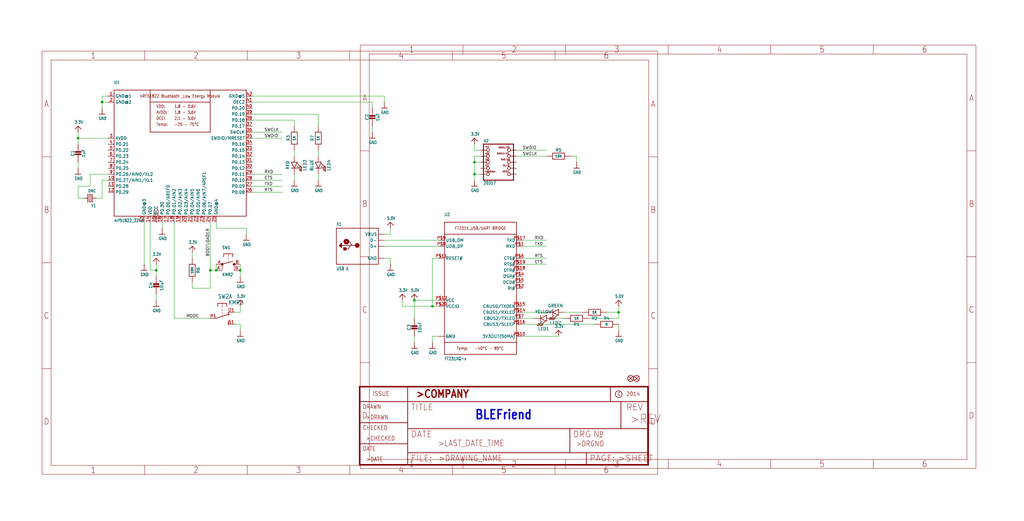
<source format=kicad_sch>
(kicad_sch (version 20211123) (generator eeschema)
  (paper "User" 433.07 220.421)
  (lib_symbols
    (symbol "schematicEagle-eagle-import:3.3V" (power)
      (property "Value" "3.3V" (at -1.524 1.016 0))
      (symbol "3.3V_1_0"
        (polyline (pts (xy -1.27 -1.27) (xy 0 0)) (stroke (width 0.254)))
        (polyline (pts (xy 0 0) (xy 1.27 -1.27)) (stroke (width 0.254)))
        (pin power_in line (at 0 -2.54 90) (length 2.54) (name "3.3V") (number "1"))
      )
    )
    (symbol "schematicEagle-eagle-import:5.0V" (power)
      (property "Value" "5.0V" (at -1.524 1.016 0))
      (symbol "5.0V_1_0"
        (polyline (pts (xy -1.27 -1.27) (xy 0 0)) (stroke (width 0.254)))
        (polyline (pts (xy 0 0) (xy 1.27 -1.27)) (stroke (width 0.254)))
        (pin power_in line (at 0 -2.54 90) (length 2.54) (name "5.0V") (number "1"))
      )
    )
    (symbol "schematicEagle-eagle-import:BLE_MODULE_RAYTAC_MDBT40"
      (property "Reference" "U" (at -27.94 27.94 0))
      (property "Value" "BLE_MODULE_RAYTAC_MDBT40" (at -27.94 -30.48 0))
      (symbol "BLE_MODULE_RAYTAC_MDBT40_1_0"
        (polyline (pts (xy -27.94 -27.94) (xy -27.94 25.4)) (stroke (width 0.254)))
        (polyline (pts (xy -27.94 25.4) (xy -12.7 25.4)) (stroke (width 0.254)))
        (polyline (pts (xy -12.7 7.62) (xy 12.7 7.62)) (stroke (width 0.254)))
        (polyline (pts (xy -12.7 20.32) (xy -12.7 7.62)) (stroke (width 0.254)))
        (polyline (pts (xy -12.7 20.32) (xy 12.7 20.32)) (stroke (width 0.254)))
        (polyline (pts (xy -12.7 25.4) (xy -12.7 20.32)) (stroke (width 0.254)))
        (polyline (pts (xy -12.7 25.4) (xy 12.7 25.4)) (stroke (width 0.254)))
        (polyline (pts (xy 12.7 7.62) (xy 12.7 20.32)) (stroke (width 0.254)))
        (polyline (pts (xy 12.7 20.32) (xy 12.7 25.4)) (stroke (width 0.254)))
        (polyline (pts (xy 12.7 25.4) (xy 27.94 25.4)) (stroke (width 0.254)))
        (polyline (pts (xy 27.94 -27.94) (xy -27.94 -27.94)) (stroke (width 0.254)))
        (polyline (pts (xy 27.94 25.4) (xy 27.94 -27.94)) (stroke (width 0.254)))
        (text "-25 - 75°C" (at -2.54 10.16 0) (effects (font (size 1.27 1.0795)) (justify left bottom)))
        (text "1.8 - 3.6V" (at -2.54 15.24 0) (effects (font (size 1.27 1.0795)) (justify left bottom)))
        (text "1.8 - 3.6V" (at -2.54 17.78 0) (effects (font (size 1.27 1.0795)) (justify left bottom)))
        (text "2.1 - 3.6V" (at -2.54 12.7 0) (effects (font (size 1.27 1.0795)) (justify left bottom)))
        (text "AVDD:" (at -10.16 15.24 0) (effects (font (size 1.27 1.0795)) (justify left bottom)))
        (text "DCC:" (at -10.16 12.7 0) (effects (font (size 1.27 1.0795)) (justify left bottom)))
        (text "nRF51822 Bluetooth _Low Energy Module" (at 0 22.86 0) (effects (font (size 1.27 1.0795))))
        (text "Temp:" (at -10.16 10.16 0) (effects (font (size 1.27 1.0795)) (justify left bottom)))
        (text "VDD:" (at -10.16 17.78 0) (effects (font (size 1.27 1.0795)) (justify left bottom)))
        (pin power_in line (at -30.48 22.86 0) (length 2.54) (name "GND@1") (number "1"))
        (pin bidirectional line (at -30.48 -12.7 0) (length 2.54) (name "P0.27/AIN1/XL1") (number "10"))
        (pin bidirectional line (at -30.48 -15.24 0) (length 2.54) (name "P0.28") (number "11"))
        (pin bidirectional line (at -30.48 -17.78 0) (length 2.54) (name "P0.29") (number "12"))
        (pin power_in line (at -15.24 -30.48 90) (length 2.54) (name "GND@3") (number "13"))
        (pin power_in line (at -12.7 -30.48 90) (length 2.54) (name "VDD") (number "14"))
        (pin power_in line (at -10.16 -30.48 90) (length 2.54) (name "DCC") (number "15"))
        (pin bidirectional line (at -7.62 -30.48 90) (length 2.54) (name "P0.30") (number "16"))
        (pin bidirectional line (at -5.08 -30.48 90) (length 2.54) (name "P0.00/AREF0") (number "17"))
        (pin bidirectional line (at -2.54 -30.48 90) (length 2.54) (name "P0.01/AIN2") (number "18"))
        (pin bidirectional line (at 0 -30.48 90) (length 2.54) (name "P0.02/AIN3") (number "19"))
        (pin power_in line (at -30.48 20.32 0) (length 2.54) (name "GND@2") (number "2"))
        (pin bidirectional line (at 2.54 -30.48 90) (length 2.54) (name "P0.03/AIN4") (number "20"))
        (pin bidirectional line (at 5.08 -30.48 90) (length 2.54) (name "P0.04/AIN5") (number "21"))
        (pin bidirectional line (at 7.62 -30.48 90) (length 2.54) (name "P0.05/AIN6") (number "22"))
        (pin bidirectional line (at 10.16 -30.48 90) (length 2.54) (name "P0.06/AIN7/AREF1") (number "23"))
        (pin bidirectional line (at 12.7 -30.48 90) (length 2.54) (name "P0.07") (number "24"))
        (pin power_in line (at 15.24 -30.48 90) (length 2.54) (name "GND@4") (number "25"))
        (pin bidirectional line (at 30.48 -17.78 180) (length 2.54) (name "P0.08") (number "26"))
        (pin bidirectional line (at 30.48 -15.24 180) (length 2.54) (name "P0.09") (number "27"))
        (pin bidirectional line (at 30.48 -12.7 180) (length 2.54) (name "P0.10") (number "28"))
        (pin bidirectional line (at 30.48 -10.16 180) (length 2.54) (name "P0.11") (number "29"))
        (pin power_in line (at -30.48 5.08 0) (length 2.54) (name "AVDD") (number "3"))
        (pin bidirectional line (at 30.48 -7.62 180) (length 2.54) (name "P0.12") (number "30"))
        (pin bidirectional line (at 30.48 -5.08 180) (length 2.54) (name "P0.13") (number "31"))
        (pin bidirectional line (at 30.48 -2.54 180) (length 2.54) (name "P0.14") (number "32"))
        (pin bidirectional line (at 30.48 0 180) (length 2.54) (name "P0.15") (number "33"))
        (pin bidirectional line (at 30.48 2.54 180) (length 2.54) (name "P0.16") (number "34"))
        (pin bidirectional line (at 30.48 5.08 180) (length 2.54) (name "SWDIO/NRESET") (number "35"))
        (pin bidirectional line (at 30.48 7.62 180) (length 2.54) (name "SWCLK") (number "36"))
        (pin bidirectional line (at 30.48 10.16 180) (length 2.54) (name "P0.17") (number "37"))
        (pin bidirectional line (at 30.48 12.7 180) (length 2.54) (name "P0.18") (number "38"))
        (pin bidirectional line (at 30.48 15.24 180) (length 2.54) (name "P0.19") (number "39"))
        (pin bidirectional line (at -30.48 2.54 0) (length 2.54) (name "P0.21") (number "4"))
        (pin bidirectional line (at 30.48 17.78 180) (length 2.54) (name "P0.20") (number "40"))
        (pin power_in line (at 30.48 20.32 180) (length 2.54) (name "DEC2") (number "41"))
        (pin power_in line (at 30.48 22.86 180) (length 2.54) (name "GND@5") (number "42"))
        (pin bidirectional line (at -30.48 0 0) (length 2.54) (name "P0.22") (number "5"))
        (pin bidirectional line (at -30.48 -2.54 0) (length 2.54) (name "P0.23") (number "6"))
        (pin bidirectional line (at -30.48 -5.08 0) (length 2.54) (name "P0.24") (number "7"))
        (pin bidirectional line (at -30.48 -7.62 0) (length 2.54) (name "P0.25") (number "8"))
        (pin bidirectional line (at -30.48 -10.16 0) (length 2.54) (name "P0.26/AIN0/XL2") (number "9"))
      )
    )
    (symbol "schematicEagle-eagle-import:CAP_CERAMIC_0805MP"
      (property "Reference" "C" (at -2.29 1.25 90))
      (property "Value" "CAP_CERAMIC_0805MP" (at 2.3 1.25 90))
      (symbol "CAP_CERAMIC_0805MP_1_0"
        (rectangle (start -1.27 0.508) (end 1.27 1.016) (fill (type outline)))
        (rectangle (start -1.27 1.524) (end 1.27 2.032) (fill (type outline)))
        (polyline (pts (xy 0 0.762) (xy 0 0)) (stroke (width 0.1524)))
        (polyline (pts (xy 0 2.54) (xy 0 1.778)) (stroke (width 0.1524)))
        (pin passive line (at 0 5.08 270) (length 2.54) (name "1") (number "1"))
        (pin passive line (at 0 -2.54 90) (length 2.54) (name "2") (number "2"))
      )
    )
    (symbol "schematicEagle-eagle-import:CRYSTAL2.0X6.0_32.768"
      (property "Reference" "Y" (at -2.54 2.54 0))
      (property "Value" "CRYSTAL2.0X6.0_32.768" (at -2.54 -3.81 0))
      (symbol "CRYSTAL2.0X6.0_32.768_1_0"
        (polyline (pts (xy -2.54 0) (xy -1.016 0)) (stroke (width 0.254)))
        (polyline (pts (xy -1.016 0) (xy -1.016 -1.778)) (stroke (width 0.254)))
        (polyline (pts (xy -1.016 1.778) (xy -1.016 0)) (stroke (width 0.254)))
        (polyline (pts (xy -0.381 -1.524) (xy 0.381 -1.524)) (stroke (width 0.254)))
        (polyline (pts (xy -0.381 1.524) (xy -0.381 -1.524)) (stroke (width 0.254)))
        (polyline (pts (xy 0.381 -1.524) (xy 0.381 1.524)) (stroke (width 0.254)))
        (polyline (pts (xy 0.381 1.524) (xy -0.381 1.524)) (stroke (width 0.254)))
        (polyline (pts (xy 1.016 0) (xy 1.016 -1.778)) (stroke (width 0.254)))
        (polyline (pts (xy 1.016 1.778) (xy 1.016 0)) (stroke (width 0.254)))
        (polyline (pts (xy 2.54 0) (xy 1.016 0)) (stroke (width 0.254)))
        (pin passive line (at -2.54 0 0) (length 0) (name "1") (number "1"))
        (pin passive line (at 2.54 0 180) (length 0) (name "2") (number "2"))
      )
    )
    (symbol "schematicEagle-eagle-import:DPDT-EG1390"
      (property "Reference" "SW" (at -8.255 -1.905 90))
      (property "Value" "DPDT-EG1390" (at -5.715 2.54 90))
      (symbol "DPDT-EG1390_1_0"
        (polyline (pts (xy -6.35 -1.905) (xy -5.08 -1.905)) (stroke (width 0.254)))
        (polyline (pts (xy -6.35 0) (xy -6.35 -1.905)) (stroke (width 0.254)))
        (polyline (pts (xy -6.35 0) (xy -4.445 0)) (stroke (width 0.1524)))
        (polyline (pts (xy -6.35 1.905) (xy -6.35 0)) (stroke (width 0.254)))
        (polyline (pts (xy -6.35 1.905) (xy -5.08 1.905)) (stroke (width 0.254)))
        (polyline (pts (xy -3.175 0) (xy -3.81 0)) (stroke (width 0.1524)))
        (polyline (pts (xy -2.54 2.54) (xy -2.54 3.175)) (stroke (width 0.254)))
        (polyline (pts (xy -2.54 2.54) (xy -1.27 2.54)) (stroke (width 0.254)))
        (polyline (pts (xy -1.905 0) (xy -2.54 0)) (stroke (width 0.1524)))
        (polyline (pts (xy -0.889 0) (xy -1.27 0)) (stroke (width 0.1524)))
        (polyline (pts (xy 0 -3.175) (xy 0 -2.54)) (stroke (width 0.254)))
        (polyline (pts (xy 0 -2.54) (xy -1.905 3.175)) (stroke (width 0.254)))
        (polyline (pts (xy 1.27 2.54) (xy 2.54 2.54)) (stroke (width 0.254)))
        (polyline (pts (xy 2.54 2.54) (xy 2.54 3.175)) (stroke (width 0.254)))
        (pin passive line (at -2.54 5.08 270) (length 2.54) (name "O") (number "O1"))
        (pin passive line (at 0 -5.08 90) (length 2.54) (name "P") (number "P1"))
        (pin passive line (at 2.54 5.08 270) (length 2.54) (name "S") (number "S1"))
      )
      (symbol "DPDT-EG1390_2_0"
        (polyline (pts (xy -6.35 -1.905) (xy -5.08 -1.905)) (stroke (width 0.254)))
        (polyline (pts (xy -6.35 0) (xy -6.35 -1.905)) (stroke (width 0.254)))
        (polyline (pts (xy -6.35 0) (xy -4.445 0)) (stroke (width 0.1524)))
        (polyline (pts (xy -6.35 1.905) (xy -6.35 0)) (stroke (width 0.254)))
        (polyline (pts (xy -6.35 1.905) (xy -5.08 1.905)) (stroke (width 0.254)))
        (polyline (pts (xy -3.175 0) (xy -3.81 0)) (stroke (width 0.1524)))
        (polyline (pts (xy -2.54 2.54) (xy -2.54 3.175)) (stroke (width 0.254)))
        (polyline (pts (xy -2.54 2.54) (xy -1.27 2.54)) (stroke (width 0.254)))
        (polyline (pts (xy -1.905 0) (xy -2.54 0)) (stroke (width 0.1524)))
        (polyline (pts (xy -0.889 0) (xy -1.27 0)) (stroke (width 0.1524)))
        (polyline (pts (xy 0 -3.175) (xy 0 -2.54)) (stroke (width 0.254)))
        (polyline (pts (xy 0 -2.54) (xy -1.905 3.175)) (stroke (width 0.254)))
        (polyline (pts (xy 1.27 2.54) (xy 2.54 2.54)) (stroke (width 0.254)))
        (polyline (pts (xy 2.54 2.54) (xy 2.54 3.175)) (stroke (width 0.254)))
        (pin passive line (at -2.54 5.08 270) (length 2.54) (name "O") (number "O2"))
        (pin passive line (at 0 -5.08 90) (length 2.54) (name "P") (number "P2"))
        (pin passive line (at 2.54 5.08 270) (length 2.54) (name "S") (number "S2"))
      )
    )
    (symbol "schematicEagle-eagle-import:FIDUCIAL{dblquote}{dblquote}"
      (symbol "FIDUCIAL{dblquote}{dblquote}_1_0"
        (polyline (pts (xy -0.762 0.762) (xy 0.762 -0.762)) (stroke (width 0.254)))
        (polyline (pts (xy 0.762 0.762) (xy -0.762 -0.762)) (stroke (width 0.254)))
        (circle (center 0 0) (radius 1.27) (stroke (width 0.254)))
      )
    )
    (symbol "schematicEagle-eagle-import:FRAME_A4"
      (symbol "FRAME_A4_0_0"
        (polyline (pts (xy 0 44.7675) (xy 3.81 44.7675)))
        (polyline (pts (xy 0 89.535) (xy 3.81 89.535)))
        (polyline (pts (xy 0 134.3025) (xy 3.81 134.3025)))
        (polyline (pts (xy 3.81 3.81) (xy 3.81 175.26)))
        (polyline (pts (xy 43.3917 0) (xy 43.3917 3.81)))
        (polyline (pts (xy 43.3917 175.26) (xy 43.3917 179.07)))
        (polyline (pts (xy 86.7833 0) (xy 86.7833 3.81)))
        (polyline (pts (xy 86.7833 175.26) (xy 86.7833 179.07)))
        (polyline (pts (xy 130.175 0) (xy 130.175 3.81)))
        (polyline (pts (xy 130.175 175.26) (xy 130.175 179.07)))
        (polyline (pts (xy 173.5667 0) (xy 173.5667 3.81)))
        (polyline (pts (xy 173.5667 175.26) (xy 173.5667 179.07)))
        (polyline (pts (xy 216.9583 0) (xy 216.9583 3.81)))
        (polyline (pts (xy 216.9583 175.26) (xy 216.9583 179.07)))
        (polyline (pts (xy 256.54 3.81) (xy 3.81 3.81)))
        (polyline (pts (xy 256.54 3.81) (xy 256.54 175.26)))
        (polyline (pts (xy 256.54 44.7675) (xy 260.35 44.7675)))
        (polyline (pts (xy 256.54 89.535) (xy 260.35 89.535)))
        (polyline (pts (xy 256.54 134.3025) (xy 260.35 134.3025)))
        (polyline (pts (xy 256.54 175.26) (xy 3.81 175.26)))
        (polyline (pts (xy 0 0) (xy 260.35 0) (xy 260.35 179.07) (xy 0 179.07) (xy 0 0)))
        (text "1" (at 21.6958 1.905 0) (effects (font (size 2.54 2.286))))
        (text "1" (at 21.6958 177.165 0) (effects (font (size 2.54 2.286))))
        (text "2" (at 65.0875 1.905 0) (effects (font (size 2.54 2.286))))
        (text "2" (at 65.0875 177.165 0) (effects (font (size 2.54 2.286))))
        (text "3" (at 108.4792 1.905 0) (effects (font (size 2.54 2.286))))
        (text "3" (at 108.4792 177.165 0) (effects (font (size 2.54 2.286))))
        (text "4" (at 151.8708 1.905 0) (effects (font (size 2.54 2.286))))
        (text "4" (at 151.8708 177.165 0) (effects (font (size 2.54 2.286))))
        (text "5" (at 195.2625 1.905 0) (effects (font (size 2.54 2.286))))
        (text "5" (at 195.2625 177.165 0) (effects (font (size 2.54 2.286))))
        (text "6" (at 238.6542 1.905 0) (effects (font (size 2.54 2.286))))
        (text "6" (at 238.6542 177.165 0) (effects (font (size 2.54 2.286))))
        (text "A" (at 1.905 156.6863 0) (effects (font (size 2.54 2.286))))
        (text "A" (at 258.445 156.6863 0) (effects (font (size 2.54 2.286))))
        (text "B" (at 1.905 111.9188 0) (effects (font (size 2.54 2.286))))
        (text "B" (at 258.445 111.9188 0) (effects (font (size 2.54 2.286))))
        (text "C" (at 1.905 67.1513 0) (effects (font (size 2.54 2.286))))
        (text "C" (at 258.445 67.1513 0) (effects (font (size 2.54 2.286))))
        (text "D" (at 1.905 22.3838 0) (effects (font (size 2.54 2.286))))
        (text "D" (at 258.445 22.3838 0) (effects (font (size 2.54 2.286))))
      )
      (symbol "FRAME_A4_1_0"
        (polyline (pts (xy 256.54 3.81) (xy 256.54 8.89)) (stroke (width 0.1016)))
        (polyline (pts (xy 256.54 8.89) (xy 256.54 13.97)) (stroke (width 0.1016)))
        (polyline (pts (xy 256.54 13.97) (xy 256.54 19.05)) (stroke (width 0.1016)))
        (polyline (pts (xy 256.54 19.05) (xy 256.54 36.83)) (stroke (width 0.1016)))
      )
      (symbol "FRAME_A4_2_0"
        (polyline (pts (xy -0.3048 1.5748) (xy 20.0152 1.5748)) (stroke (width 0.6096)))
        (polyline (pts (xy -0.3048 10.4648) (xy -0.3048 1.5748)) (stroke (width 0.6096)))
        (polyline (pts (xy -0.3048 10.4648) (xy 20.0152 10.4648)) (stroke (width 0.3048)))
        (polyline (pts (xy -0.3048 19.3548) (xy -0.3048 10.4648)) (stroke (width 0.6096)))
        (polyline (pts (xy -0.3048 19.3548) (xy 20.0152 19.3548)) (stroke (width 0.3048)))
        (polyline (pts (xy -0.3048 28.2448) (xy -0.3048 19.3548)) (stroke (width 0.6096)))
        (polyline (pts (xy -0.3048 28.2448) (xy 20.0152 28.2448)) (stroke (width 0.3048)))
        (polyline (pts (xy -0.3048 34.5948) (xy -0.3048 28.2448)) (stroke (width 0.6096)))
        (polyline (pts (xy 20.0152 1.5748) (xy 20.0152 6.6548)) (stroke (width 0.3048)))
        (polyline (pts (xy 20.0152 1.5748) (xy 95.5802 1.5748)) (stroke (width 0.6096)))
        (polyline (pts (xy 20.0152 6.6548) (xy 20.0152 10.4648)) (stroke (width 0.3048)))
        (polyline (pts (xy 20.0152 6.6548) (xy 88.5952 6.6548)) (stroke (width 0.3048)))
        (polyline (pts (xy 20.0152 10.4648) (xy 20.0152 16.8148)) (stroke (width 0.3048)))
        (polyline (pts (xy 20.0152 16.8148) (xy 20.0152 19.3548)) (stroke (width 0.3048)))
        (polyline (pts (xy 20.0152 19.3548) (xy 20.0152 28.2448)) (stroke (width 0.3048)))
        (polyline (pts (xy 20.0152 28.2448) (xy 20.0152 34.5948)) (stroke (width 0.3048)))
        (polyline (pts (xy 20.0152 28.2448) (xy 105.7402 28.2448)) (stroke (width 0.3048)))
        (polyline (pts (xy 20.0152 34.5948) (xy -0.3048 34.5948)) (stroke (width 0.6096)))
        (polyline (pts (xy 88.5952 6.6548) (xy 95.5802 6.6548)) (stroke (width 0.3048)))
        (polyline (pts (xy 88.5952 16.8148) (xy 20.0152 16.8148)) (stroke (width 0.3048)))
        (polyline (pts (xy 88.5952 16.8148) (xy 88.5952 6.6548)) (stroke (width 0.3048)))
        (polyline (pts (xy 95.5802 1.5748) (xy 121.6152 1.5748)) (stroke (width 0.6096)))
        (polyline (pts (xy 95.5802 6.6548) (xy 95.5802 1.5748)) (stroke (width 0.3048)))
        (polyline (pts (xy 95.5802 6.6548) (xy 121.6152 6.6548)) (stroke (width 0.3048)))
        (polyline (pts (xy 101.2952 13.3223) (xy 102.2477 13.3223)) (stroke (width 0.254)))
        (polyline (pts (xy 105.7402 28.2448) (xy 105.7402 34.5948)) (stroke (width 0.3048)))
        (polyline (pts (xy 105.7402 28.2448) (xy 110.1852 28.2448)) (stroke (width 0.3048)))
        (polyline (pts (xy 105.7402 34.5948) (xy 20.0152 34.5948)) (stroke (width 0.6096)))
        (polyline (pts (xy 110.1852 16.8148) (xy 88.5952 16.8148)) (stroke (width 0.3048)))
        (polyline (pts (xy 110.1852 28.2448) (xy 110.1852 16.8148)) (stroke (width 0.3048)))
        (polyline (pts (xy 110.1852 28.2448) (xy 121.6152 28.2448)) (stroke (width 0.3048)))
        (polyline (pts (xy 121.6152 6.6548) (xy 121.6152 1.5748)) (stroke (width 0.6096)))
        (polyline (pts (xy 121.6152 16.8148) (xy 110.1852 16.8148)) (stroke (width 0.3048)))
        (polyline (pts (xy 121.6152 16.8148) (xy 121.6152 6.6548)) (stroke (width 0.6096)))
        (polyline (pts (xy 121.6152 28.2448) (xy 121.6152 16.8148)) (stroke (width 0.6096)))
        (polyline (pts (xy 121.6152 34.5948) (xy 105.7402 34.5948)) (stroke (width 0.6096)))
        (polyline (pts (xy 121.6152 34.5948) (xy 121.6152 28.2448)) (stroke (width 0.6096)))
        (circle (center 109.2327 31.4198) (radius 1.4199) (stroke (width 0.254)))
        (text "2014" (at 112.4077 30.4673 0) (effects (font (size 1.778 1.5113)) (justify left bottom)))
        (text ">CHECKED" (at 2.2352 11.7348 0) (effects (font (size 1.778 1.5113)) (justify left bottom)))
        (text ">COMPANY" (at 23.349 29.6735 0) (effects (font (size 3.175 2.6987) (thickness 0.5397) bold) (justify left bottom)))
        (text ">DATE" (at 2.2352 2.8448 0) (effects (font (size 1.778 1.5113)) (justify left bottom)))
        (text ">DRAWING_NAME" (at 33.0327 2.8448 0) (effects (font (size 2.54 2.159)) (justify left bottom)))
        (text ">DRAWN" (at 2.2352 20.6248 0) (effects (font (size 1.778 1.5113)) (justify left bottom)))
        (text ">DRGNO" (at 91.1352 9.1948 0) (effects (font (size 2.1844 1.8567)) (justify left bottom)))
        (text ">LAST_DATE_TIME" (at 32.7152 9.1948 0) (effects (font (size 2.54 2.159)) (justify left bottom)))
        (text ">REV" (at 113.9952 18.7198 0) (effects (font (size 3.81 3.2385)) (justify left bottom)))
        (text ">SHEET" (at 108.9152 2.8448 0) (effects (font (size 2.54 2.54)) (justify left bottom)))
        (text "C" (at 108.7564 30.7848 0) (effects (font (size 1.27 1.0795)) (justify left bottom)))
        (text "CHECKED" (at 0.9652 16.1798 0) (effects (font (size 1.778 1.5113)) (justify left bottom)))
        (text "DATE" (at 0.9652 7.2898 0) (effects (font (size 1.778 1.5113)) (justify left bottom)))
        (text "DATE" (at 21.2852 13.0048 0) (effects (font (size 2.54 2.54)) (justify left bottom)))
        (text "DRAWN" (at 0.9652 25.0698 0) (effects (font (size 1.778 1.5113)) (justify left bottom)))
        (text "DRG" (at 89.8652 13.0048 0) (effects (font (size 2.54 2.54)) (justify left bottom)))
        (text "FILE:" (at 21.2852 2.8448 0) (effects (font (size 2.54 2.54)) (justify left bottom)))
        (text "ISSUE" (at 5.0927 30.4673 0) (effects (font (size 1.9304 1.6408)) (justify left bottom)))
        (text "N" (at 98.4377 13.0048 0) (effects (font (size 2.54 2.54)) (justify left bottom)))
        (text "o" (at 100.9777 13.9573 0) (effects (font (size 2.1844 1.8567)) (justify left bottom)))
        (text "PAGE:" (at 96.8502 2.8448 0) (effects (font (size 2.54 2.54)) (justify left bottom)))
        (text "REV" (at 112.4077 24.4348 0) (effects (font (size 2.54 2.54)) (justify left bottom)))
        (text "TITLE" (at 21.2852 24.4348 0) (effects (font (size 2.54 2.54)) (justify left bottom)))
      )
    )
    (symbol "schematicEagle-eagle-import:FT231X"
      (property "Reference" "U" (at -15.24 30.48 0))
      (property "Value" "FT231X" (at -15.24 -30.48 0))
      (symbol "FT231X_1_0"
        (polyline (pts (xy -15.24 -27.94) (xy -15.24 -22.86)) (stroke (width 0.254)))
        (polyline (pts (xy -15.24 -22.86) (xy -15.24 22.86)) (stroke (width 0.254)))
        (polyline (pts (xy -15.24 22.86) (xy 15.24 22.86)) (stroke (width 0.254)))
        (polyline (pts (xy -15.24 27.94) (xy -15.24 22.86)) (stroke (width 0.254)))
        (polyline (pts (xy -15.24 27.94) (xy 15.24 27.94)) (stroke (width 0.254)))
        (polyline (pts (xy 15.24 -27.94) (xy -15.24 -27.94)) (stroke (width 0.254)))
        (polyline (pts (xy 15.24 -22.86) (xy -15.24 -22.86)) (stroke (width 0.254)))
        (polyline (pts (xy 15.24 -22.86) (xy 15.24 -27.94)) (stroke (width 0.254)))
        (polyline (pts (xy 15.24 22.86) (xy 15.24 -22.86)) (stroke (width 0.254)))
        (polyline (pts (xy 15.24 27.94) (xy 15.24 22.86)) (stroke (width 0.254)))
        (text "-40°C - 85°C" (at -2.54 -25.4 0) (effects (font (size 1.27 1.0795)) (justify left)))
        (text "FT231X_USB/UART BRIDGE" (at 0 25.4 0) (effects (font (size 1.27 1.0795))))
        (text "Temp:" (at -10.16 -25.4 0) (effects (font (size 1.27 1.0795)) (justify left)))
        (pin input line (at 17.78 17.78 180) (length 2.54) (name "RXD") (number "P$1"))
        (pin power_in line (at 17.78 -20.32 180) (length 2.54) (name "3V3OUT(50MA)") (number "P$10"))
        (pin input line (at -17.78 12.7 0) (length 2.54) (name "RESET#") (number "P$11"))
        (pin power_in line (at -17.78 -5.08 0) (length 2.54) (name "VCC") (number "P$12"))
        (pin power_in line (at -17.78 -20.32 0) (length 2.54) (name "GND") (number "P$13"))
        (pin bidirectional line (at 17.78 -10.16 180) (length 2.54) (name "CBUS1/RXLED") (number "P$14"))
        (pin bidirectional line (at 17.78 -7.62 180) (length 2.54) (name "CBUS0/TXDEN") (number "P$15"))
        (pin bidirectional line (at 17.78 -15.24 180) (length 2.54) (name "CBUS3/SLEEP") (number "P$16"))
        (pin output line (at 17.78 20.32 180) (length 2.54) (name "TXD") (number "P$17"))
        (pin output line (at 17.78 7.62 180) (length 2.54) (name "DTR#") (number "P$18"))
        (pin output line (at 17.78 10.16 180) (length 2.54) (name "RTS#") (number "P$19"))
        (pin input line (at 17.78 0 180) (length 2.54) (name "RI#") (number "P$2"))
        (pin power_in line (at -17.78 -7.62 0) (length 2.54) (name "VCCIO") (number "P$20"))
        (pin power_in line (at -17.78 -20.32 0) (length 2.54) (name "GND") (number "P$21"))
        (pin power_in line (at -17.78 -20.32 0) (length 2.54) (name "GND") (number "P$3"))
        (pin input line (at 17.78 5.08 180) (length 2.54) (name "DSR#") (number "P$4"))
        (pin input line (at 17.78 2.54 180) (length 2.54) (name "DCD#") (number "P$5"))
        (pin input line (at 17.78 12.7 180) (length 2.54) (name "CTS#") (number "P$6"))
        (pin bidirectional line (at 17.78 -12.7 180) (length 2.54) (name "CBUS2/TXLED") (number "P$7"))
        (pin input line (at -17.78 17.78 0) (length 2.54) (name "UDB_DP") (number "P$8"))
        (pin input line (at -17.78 20.32 0) (length 2.54) (name "USB_DM") (number "P$9"))
      )
    )
    (symbol "schematicEagle-eagle-import:GND" (power)
      (property "Value" "GND" (at -1.524 -2.54 0))
      (symbol "GND_1_0"
        (polyline (pts (xy -1.27 0) (xy 1.27 0)) (stroke (width 0.254)))
        (pin power_in line (at 0 2.54 270) (length 2.54) (name "GND") (number "1"))
      )
    )
    (symbol "schematicEagle-eagle-import:JTAG-CORTEXBOXPOSTS"
      (property "Reference" "X" (at -6.35 8.255 0))
      (property "Value" "JTAG-CORTEXBOXPOSTS" (at -6.35 -9.525 0))
      (symbol "JTAG-CORTEXBOXPOSTS_1_0"
        (circle (center -4.445 -5.08) (radius 0.635) (stroke (width 0.254)))
        (circle (center -4.445 -2.54) (radius 0.635) (stroke (width 0.254)))
        (circle (center -4.445 0) (radius 0.635) (stroke (width 0.254)))
        (circle (center -4.445 2.54) (radius 0.635) (stroke (width 0.254)))
        (circle (center -4.445 5.08) (radius 0.635) (stroke (width 0.254)))
        (polyline (pts (xy -6.35 7.62) (xy -6.35 -7.62)) (stroke (width 0.4064)))
        (polyline (pts (xy -6.35 7.62) (xy 6.35 7.62)) (stroke (width 0.4064)))
        (polyline (pts (xy 6.35 -7.62) (xy -6.35 -7.62)) (stroke (width 0.4064)))
        (polyline (pts (xy 6.35 -7.62) (xy 6.35 7.62)) (stroke (width 0.4064)))
        (circle (center 4.445 -5.08) (radius 0.635) (stroke (width 0.254)))
        (circle (center 4.445 -2.54) (radius 0.635) (stroke (width 0.254)))
        (circle (center 4.445 0) (radius 0.635) (stroke (width 0.254)))
        (circle (center 4.445 2.54) (radius 0.635) (stroke (width 0.254)))
        (circle (center 4.445 5.08) (radius 0.635) (stroke (width 0.254)))
        (text "GND" (at -5.588 0.762 0) (effects (font (size 0.635 0.5397)) (justify left bottom)))
        (text "GND" (at -5.588 3.302 0) (effects (font (size 0.635 0.5397)) (justify left bottom)))
        (text "GNDDetect" (at -5.588 -4.318 0) (effects (font (size 0.635 0.5397)) (justify left bottom)))
        (text "KEY" (at -5.588 -1.778 0) (effects (font (size 0.635 0.5397)) (justify left bottom)))
        (text "NC/TDI" (at 1.778 -1.778 0) (effects (font (size 0.635 0.5397)) (justify left bottom)))
        (text "nRESET" (at 1.524 -4.318 0) (effects (font (size 0.635 0.5397)) (justify left bottom)))
        (text "SWDCLK/TCK" (at -0.762 3.302 0) (effects (font (size 0.635 0.5397)) (justify left bottom)))
        (text "SWDIO/TMS" (at 0 5.842 0) (effects (font (size 0.635 0.5397)) (justify left bottom)))
        (text "SWO/TDO" (at 1.016 0.762 0) (effects (font (size 0.635 0.5397)) (justify left bottom)))
        (text "VCC" (at -5.588 6.096 0) (effects (font (size 0.635 0.5397)) (justify left bottom)))
        (pin power_in line (at -7.62 5.08 0) (length 2.54) (name "VCC") (number "1"))
        (pin bidirectional line (at 7.62 -5.08 180) (length 2.54) (name "NRESET") (number "10"))
        (pin bidirectional line (at 7.62 5.08 180) (length 2.54) (name "SWDIO") (number "2"))
        (pin power_in line (at -7.62 2.54 0) (length 2.54) (name "GND@1") (number "3"))
        (pin bidirectional line (at 7.62 2.54 180) (length 2.54) (name "SWDCLK") (number "4"))
        (pin power_in line (at -7.62 0 0) (length 2.54) (name "GND@2") (number "5"))
        (pin bidirectional line (at 7.62 0 180) (length 2.54) (name "SWO") (number "6"))
        (pin bidirectional line (at -7.62 -2.54 0) (length 2.54) (name "KEY") (number "7"))
        (pin bidirectional line (at 7.62 -2.54 180) (length 2.54) (name "TDI") (number "8"))
        (pin bidirectional line (at -7.62 -5.08 0) (length 2.54) (name "GNDDETECT") (number "9"))
      )
    )
    (symbol "schematicEagle-eagle-import:LED0805_NOOUTLINE"
      (property "Reference" "D" (at -1.27 4.445 0))
      (property "Value" "LED0805_NOOUTLINE" (at -1.27 -2.794 0))
      (symbol "LED0805_NOOUTLINE_1_0"
        (polyline (pts (xy -2.54 -1.27) (xy 0 0)) (stroke (width 0.254)))
        (polyline (pts (xy -2.54 1.27) (xy -2.54 -1.27)) (stroke (width 0.254)))
        (polyline (pts (xy -1.905 1.27) (xy -0.635 2.54)) (stroke (width 0.254)))
        (polyline (pts (xy -0.9525 2.8575) (xy -0.3175 2.2225)) (stroke (width 0.254)))
        (polyline (pts (xy -0.635 1.27) (xy 0.635 2.54)) (stroke (width 0.254)))
        (polyline (pts (xy -0.3175 2.2225) (xy 0 3.175)) (stroke (width 0.254)))
        (polyline (pts (xy 0 0) (xy -2.54 1.27)) (stroke (width 0.254)))
        (polyline (pts (xy 0 0) (xy 0 -1.27)) (stroke (width 0.254)))
        (polyline (pts (xy 0 1.27) (xy 0 0)) (stroke (width 0.254)))
        (polyline (pts (xy 0 3.175) (xy -0.9525 2.8575)) (stroke (width 0.254)))
        (polyline (pts (xy 0.3175 2.8575) (xy 0.9525 2.2225)) (stroke (width 0.254)))
        (polyline (pts (xy 0.9525 2.2225) (xy 1.27 3.175)) (stroke (width 0.254)))
        (polyline (pts (xy 1.27 3.175) (xy 0.3175 2.8575)) (stroke (width 0.254)))
        (pin passive line (at -5.08 0 0) (length 2.54) (name "A") (number "A"))
        (pin passive line (at 2.54 0 180) (length 2.54) (name "C") (number "C"))
      )
    )
    (symbol "schematicEagle-eagle-import:RESISTOR_0805MP"
      (property "Reference" "R" (at 0 2.54 0))
      (property "Value" "RESISTOR_0805MP" (at 0 0 0))
      (symbol "RESISTOR_0805MP_1_0"
        (polyline (pts (xy -2.54 -1.27) (xy -2.54 1.27)) (stroke (width 0.254)))
        (polyline (pts (xy -2.54 1.27) (xy 2.54 1.27)) (stroke (width 0.254)))
        (polyline (pts (xy 2.54 -1.27) (xy -2.54 -1.27)) (stroke (width 0.254)))
        (polyline (pts (xy 2.54 1.27) (xy 2.54 -1.27)) (stroke (width 0.254)))
        (pin passive line (at -5.08 0 0) (length 2.54) (name "1") (number "1"))
        (pin passive line (at 5.08 0 180) (length 2.54) (name "2") (number "2"))
      )
    )
    (symbol "schematicEagle-eagle-import:SWITCH_TACT_SMT4.6X2.8"
      (property "Reference" "SW" (at -2.54 6.35 0))
      (property "Value" "SWITCH_TACT_SMT4.6X2.8" (at -2.54 -5.08 0))
      (symbol "SWITCH_TACT_SMT4.6X2.8_1_0"
        (circle (center -2.54 0) (radius 0.127) (stroke (width 0.4064)))
        (polyline (pts (xy -2.54 -2.54) (xy -2.54 0)) (stroke (width 0.1524)))
        (polyline (pts (xy -2.54 0) (xy 1.905 1.27)) (stroke (width 0.254)))
        (polyline (pts (xy -1.905 4.445) (xy -1.905 3.175)) (stroke (width 0.254)))
        (polyline (pts (xy 0 1.27) (xy 0 0.635)) (stroke (width 0.1524)))
        (polyline (pts (xy 0 2.54) (xy 0 1.905)) (stroke (width 0.1524)))
        (polyline (pts (xy 0 4.445) (xy -1.905 4.445)) (stroke (width 0.254)))
        (polyline (pts (xy 0 4.445) (xy 0 3.175)) (stroke (width 0.1524)))
        (polyline (pts (xy 1.905 0) (xy 2.54 0)) (stroke (width 0.254)))
        (polyline (pts (xy 1.905 4.445) (xy 0 4.445)) (stroke (width 0.254)))
        (polyline (pts (xy 1.905 4.445) (xy 1.905 3.175)) (stroke (width 0.254)))
        (polyline (pts (xy 2.54 -2.54) (xy 2.54 0)) (stroke (width 0.1524)))
        (circle (center 2.54 0) (radius 0.127) (stroke (width 0.4064)))
        (pin passive line (at -5.08 0 0) (length 2.54) (name "P") (number "A"))
        (pin passive line (at -5.08 -2.54 0) (length 2.54) (name "P1") (number "A'"))
        (pin passive line (at 5.08 0 180) (length 2.54) (name "S") (number "B"))
        (pin passive line (at 5.08 -2.54 180) (length 2.54) (name "S1") (number "B'"))
      )
    )
    (symbol "schematicEagle-eagle-import:USB_TYPEA_CLIENTTHM"
      (property "Reference" "X" (at -10.16 8.636 0))
      (property "Value" "USB_TYPEA_CLIENTTHM" (at -10.16 -10.16 0))
      (symbol "USB_TYPEA_CLIENTTHM_1_0"
        (rectangle (start -7.12 -1.72) (end -5.92 -0.52) (fill (type outline)))
        (circle (center -5.92 1.93) (radius 0.2) (stroke (width 1)))
        (circle (center -1.32 0.33) (radius 0.5) (stroke (width 1)))
        (polyline (pts (xy -10.2 7.62) (xy -10.16 7.62)) (stroke (width 0.254)))
        (polyline (pts (xy -10.16 -7.62) (xy 7.62 -7.62)) (stroke (width 0.254)))
        (polyline (pts (xy -10.16 7.62) (xy -10.16 -7.62)) (stroke (width 0.254)))
        (polyline (pts (xy -10.16 7.62) (xy 7.62 7.62)) (stroke (width 0.254)))
        (polyline (pts (xy -8.92 0.33) (xy -8.12 1.13)) (stroke (width 0.254)))
        (polyline (pts (xy -8.52 0.13) (xy -8.32 -0.07)) (stroke (width 0.254)))
        (polyline (pts (xy -8.52 0.33) (xy -8.52 0.13)) (stroke (width 0.254)))
        (polyline (pts (xy -8.32 -0.07) (xy -8.32 0.73)) (stroke (width 0.254)))
        (polyline (pts (xy -8.32 0.73) (xy -8.72 0.33)) (stroke (width 0.254)))
        (polyline (pts (xy -8.12 -0.47) (xy -8.92 0.33)) (stroke (width 0.254)))
        (polyline (pts (xy -8.12 -0.27) (xy -8.12 1.13)) (stroke (width 0.254)))
        (polyline (pts (xy -8.12 1.13) (xy -7.92 1.13)) (stroke (width 0.254)))
        (polyline (pts (xy -7.92 -0.47) (xy -8.12 -0.47)) (stroke (width 0.254)))
        (polyline (pts (xy -7.92 0.33) (xy -7.92 -0.47)) (stroke (width 0.254)))
        (polyline (pts (xy -7.92 1.13) (xy -7.92 0.33)) (stroke (width 0.254)))
        (polyline (pts (xy -6.27 -1.12) (xy -5.07 -1.12)) (stroke (width 0.254)))
        (polyline (pts (xy -5.52 1.93) (xy -4.52 1.93)) (stroke (width 0.254)))
        (polyline (pts (xy -5.07 -1.12) (xy -4.22 0.33)) (stroke (width 0.254)))
        (polyline (pts (xy -4.52 1.93) (xy -3.47 0.33)) (stroke (width 0.254)))
        (polyline (pts (xy -4.22 0.33) (xy -7.92 0.33)) (stroke (width 0.254)))
        (polyline (pts (xy -3.47 0.33) (xy -4.22 0.33)) (stroke (width 0.254)))
        (polyline (pts (xy -1.32 0.33) (xy -3.47 0.33)) (stroke (width 0.254)))
        (polyline (pts (xy 7.62 7.62) (xy 7.62 -7.62)) (stroke (width 0.254)))
        (pin bidirectional line (at 10.16 0 180) (length 2.54) (name "D+") (number "D+"))
        (pin bidirectional line (at 10.16 2.54 180) (length 2.54) (name "D-") (number "D-"))
        (pin power_in line (at 10.16 -5.08 180) (length 2.54) (name "GND") (number "GND"))
        (pin power_in line (at 10.16 5.08 180) (length 2.54) (name "VBUS") (number "VBUS"))
      )
    )
  )
  (junction (at 200.66 73.66))
  (junction (at 175.26 127))
  (junction (at 66.04 114.3))
  (junction (at 261.62 132.08))
  (junction (at 33.02 58.42))
  (junction (at 101.6 114.3))
  (junction (at 200.66 68.58))
  (junction (at 88.9 114.3))
  (junction (at 43.18 43.18))
  (junction (at 182.88 129.54))
  (junction (at 91.44 114.3))
  (wire (pts (xy 246.38 132.08) (xy 238.76 132.08)))
  (wire (pts (xy 124.46 63.5) (xy 124.46 66.04)))
  (wire (pts (xy 66.04 114.3) (xy 66.04 111.76)))
  (wire (pts (xy 185.42 127) (xy 175.26 127)))
  (wire (pts (xy 220.98 104.14) (xy 231.14 104.14)))
  (wire (pts (xy 43.18 76.2) (xy 43.18 83.82)))
  (wire (pts (xy 33.02 68.58) (xy 33.02 71.12)))
  (wire (pts (xy 134.62 48.26) (xy 134.62 53.34)))
  (wire (pts (xy 91.44 93.98) (xy 91.44 96.52)))
  (wire (pts (xy 124.46 50.8) (xy 124.46 53.34)))
  (wire (pts (xy 91.44 111.76) (xy 91.44 114.3)))
  (wire (pts (xy 134.62 73.66) (xy 134.62 76.2)))
  (wire (pts (xy 220.98 132.08) (xy 231.14 132.08)))
  (wire (pts (xy 106.68 81.28) (xy 119.38 81.28)))
  (wire (pts (xy 45.72 73.66) (xy 38.1 73.66)))
  (wire (pts (xy 134.62 63.5) (xy 134.62 66.04)))
  (wire (pts (xy 182.88 109.22) (xy 182.88 129.54)))
  (wire (pts (xy 175.26 134.62) (xy 175.26 127)))
  (wire (pts (xy 45.72 58.42) (xy 33.02 58.42)))
  (wire (pts (xy 45.72 40.64) (xy 43.18 40.64)))
  (wire (pts (xy 106.68 73.66) (xy 119.38 73.66)))
  (wire (pts (xy 91.44 96.52) (xy 104.14 96.52)))
  (wire (pts (xy 91.44 114.3) (xy 88.9 114.3)))
  (wire (pts (xy 43.18 40.64) (xy 43.18 43.18)))
  (wire (pts (xy 162.56 99.06) (xy 165.1 99.06)))
  (wire (pts (xy 162.56 40.64) (xy 162.56 43.18)))
  (wire (pts (xy 218.44 63.5) (xy 231.14 63.5)))
  (wire (pts (xy 81.28 109.22) (xy 81.28 106.68)))
  (wire (pts (xy 38.1 78.74) (xy 33.02 78.74)))
  (wire (pts (xy 226.06 134.62) (xy 220.98 134.62)))
  (wire (pts (xy 185.42 129.54) (xy 182.88 129.54)))
  (wire (pts (xy 81.28 121.92) (xy 81.28 119.38)))
  (wire (pts (xy 165.1 109.22) (xy 165.1 111.76)))
  (wire (pts (xy 185.42 109.22) (xy 182.88 109.22)))
  (wire (pts (xy 200.66 68.58) (xy 200.66 73.66)))
  (wire (pts (xy 165.1 99.06) (xy 165.1 96.52)))
  (wire (pts (xy 45.72 76.2) (xy 43.18 76.2)))
  (wire (pts (xy 200.66 63.5) (xy 200.66 60.96)))
  (wire (pts (xy 203.2 68.58) (xy 200.66 68.58)))
  (wire (pts (xy 88.9 93.98) (xy 88.9 114.3)))
  (wire (pts (xy 43.18 83.82) (xy 40.64 83.82)))
  (wire (pts (xy 63.5 114.3) (xy 66.04 114.3)))
  (wire (pts (xy 238.76 134.62) (xy 233.68 134.62)))
  (wire (pts (xy 106.68 55.88) (xy 119.38 55.88)))
  (wire (pts (xy 99.06 137.16) (xy 101.6 137.16)))
  (wire (pts (xy 157.48 53.34) (xy 157.48 55.88)))
  (wire (pts (xy 43.18 43.18) (xy 43.18 45.72)))
  (wire (pts (xy 106.68 50.8) (xy 124.46 50.8)))
  (wire (pts (xy 200.66 66.04) (xy 200.66 68.58)))
  (wire (pts (xy 106.68 58.42) (xy 119.38 58.42)))
  (wire (pts (xy 99.06 132.08) (xy 101.6 132.08)))
  (wire (pts (xy 203.2 73.66) (xy 200.66 73.66)))
  (wire (pts (xy 256.54 132.08) (xy 261.62 132.08)))
  (wire (pts (xy 248.92 134.62) (xy 261.62 134.62)))
  (wire (pts (xy 68.58 93.98) (xy 68.58 96.52)))
  (wire (pts (xy 261.62 134.62) (xy 261.62 132.08)))
  (wire (pts (xy 106.68 76.2) (xy 119.38 76.2)))
  (wire (pts (xy 203.2 66.04) (xy 200.66 66.04)))
  (wire (pts (xy 162.56 109.22) (xy 165.1 109.22)))
  (wire (pts (xy 33.02 58.42) (xy 33.02 60.96)))
  (wire (pts (xy 220.98 101.6) (xy 231.14 101.6)))
  (wire (pts (xy 157.48 43.18) (xy 157.48 45.72)))
  (wire (pts (xy 73.66 93.98) (xy 73.66 134.62)))
  (wire (pts (xy 124.46 73.66) (xy 124.46 76.2)))
  (wire (pts (xy 220.98 109.22) (xy 231.14 109.22)))
  (wire (pts (xy 38.1 73.66) (xy 38.1 78.74)))
  (wire (pts (xy 101.6 132.08) (xy 101.6 129.54)))
  (wire (pts (xy 66.04 124.46) (xy 66.04 127)))
  (wire (pts (xy 106.68 78.74) (xy 119.38 78.74)))
  (wire (pts (xy 261.62 137.16) (xy 261.62 139.7)))
  (wire (pts (xy 261.62 132.08) (xy 261.62 129.54)))
  (wire (pts (xy 220.98 137.16) (xy 251.46 137.16)))
  (wire (pts (xy 33.02 83.82) (xy 35.56 83.82)))
  (wire (pts (xy 104.14 96.52) (xy 104.14 99.06)))
  (wire (pts (xy 182.88 129.54) (xy 170.18 129.54)))
  (wire (pts (xy 175.26 142.24) (xy 175.26 144.78)))
  (wire (pts (xy 182.88 142.24) (xy 182.88 144.78)))
  (wire (pts (xy 200.66 73.66) (xy 200.66 76.2)))
  (wire (pts (xy 162.56 104.14) (xy 185.42 104.14)))
  (wire (pts (xy 88.9 114.3) (xy 88.9 121.92)))
  (wire (pts (xy 33.02 58.42) (xy 33.02 55.88)))
  (wire (pts (xy 241.3 66.04) (xy 243.84 66.04)))
  (wire (pts (xy 185.42 101.6) (xy 162.56 101.6)))
  (wire (pts (xy 106.68 48.26) (xy 134.62 48.26)))
  (wire (pts (xy 106.68 43.18) (xy 157.48 43.18)))
  (wire (pts (xy 185.42 142.24) (xy 182.88 142.24)))
  (wire (pts (xy 101.6 137.16) (xy 101.6 139.7)))
  (wire (pts (xy 45.72 43.18) (xy 43.18 43.18)))
  (wire (pts (xy 63.5 93.98) (xy 63.5 114.3)))
  (wire (pts (xy 170.18 129.54) (xy 170.18 127)))
  (wire (pts (xy 220.98 142.24) (xy 236.22 142.24)))
  (wire (pts (xy 33.02 78.74) (xy 33.02 83.82)))
  (wire (pts (xy 106.68 40.64) (xy 162.56 40.64)))
  (wire (pts (xy 218.44 66.04) (xy 231.14 66.04)))
  (wire (pts (xy 101.6 111.76) (xy 101.6 114.3)))
  (wire (pts (xy 101.6 114.3) (xy 101.6 116.84)))
  (wire (pts (xy 66.04 114.3) (xy 66.04 116.84)))
  (wire (pts (xy 60.96 93.98) (xy 60.96 111.76)))
  (wire (pts (xy 220.98 111.76) (xy 231.14 111.76)))
  (wire (pts (xy 243.84 66.04) (xy 243.84 68.58)))
  (wire (pts (xy 88.9 121.92) (xy 81.28 121.92)))
  (wire (pts (xy 73.66 134.62) (xy 88.9 134.62)))
  (wire (pts (xy 203.2 63.5) (xy 200.66 63.5)))
  (text "BLEFriend" (at 200.66 177.8 180) (effects (font (size 3.81 3.2385) (thickness 0.6477) bold) (justify left bottom)))
  (label "BOOTLOADER" (at 88.9 96.52 270) (effects (font (size 1.2446 1.2446))))
  (label "RTS" (at 226.06 109.22 0) (effects (font (size 1.2446 1.2446))))
  (label "CTS" (at 111.76 76.2 0) (effects (font (size 1.2446 1.2446))))
  (label "SWCLK" (at 111.76 55.88 0) (effects (font (size 1.2446 1.2446))))
  (label "TXD" (at 111.76 78.74 0) (effects (font (size 1.2446 1.2446))))
  (label "RXD" (at 111.76 73.66 0) (effects (font (size 1.2446 1.2446))))
  (label "SWCLK" (at 220.98 66.04 0) (effects (font (size 1.2446 1.2446))))
  (label "MODE" (at 78.74 134.62 0) (effects (font (size 1.2446 1.2446))))
  (label "TXD" (at 226.06 104.14 0) (effects (font (size 1.2446 1.2446))))
  (label "RTS" (at 111.76 81.28 0) (effects (font (size 1.2446 1.2446))))
  (label "RXD" (at 226.06 101.6 0) (effects (font (size 1.2446 1.2446))))
  (label "SWDIO" (at 111.76 58.42 0) (effects (font (size 1.2446 1.2446))))
  (label "CTS" (at 226.06 111.76 0) (effects (font (size 1.2446 1.2446))))
  (label "SWDIO" (at 220.98 63.5 0) (effects (font (size 1.2446 1.2446))))
  (global_label "DCC" (shape bidirectional) (at 66.04 93.98 90) (effects (font (size 1.016 1.016))) (property "Intersheet References" "${INTERSHEET_REFS}" (effects hide)))
  (symbol (lib_id "schematicEagle-eagle-import:CAP_CERAMIC_0805MP") (at 175.26 139.7 0) (unit 1)
    (property "Reference" "C3" (at 172.97 138.45 90))
    (property "Value" "10uF" (at 177.56 138.45 90))
    (property "Footprint" "schematicEagle:_0805MP" (effects hide))
  )
  (symbol (lib_id "schematicEagle-eagle-import:CAP_CERAMIC_0805MP") (at 157.48 50.8 0) (unit 1)
    (property "Reference" "C2" (at 155.19 49.55 90))
    (property "Value" "1uF" (at 159.78 49.55 90))
    (property "Footprint" "schematicEagle:_0805MP" (effects hide))
  )
  (symbol (lib_id "schematicEagle-eagle-import:GND") (at 43.18 48.26 0) (unit 1)
    (property "Reference" "#U$6" (effects hide))
    (property "Value" "GND" (at 41.656 50.8 0) (effects (font (size 1.27 1.0795)) (justify left bottom)))
    (property "Footprint" "schematicEagle:" (effects hide))
  )
  (symbol (lib_id "schematicEagle-eagle-import:3.3V") (at 236.22 139.7 0) (unit 1)
    (property "Reference" "#U$24" (effects hide))
    (property "Value" "3.3V" (at 234.696 138.684 0) (effects (font (size 1.27 1.0795)) (justify left bottom)))
    (property "Footprint" "schematicEagle:" (effects hide))
  )
  (symbol (lib_id "schematicEagle-eagle-import:GND") (at 165.1 114.3 0) (unit 1)
    (property "Reference" "#U$17" (effects hide))
    (property "Value" "GND" (at 163.576 116.84 0) (effects (font (size 1.27 1.0795)) (justify left bottom)))
    (property "Footprint" "schematicEagle:" (effects hide))
  )
  (symbol (lib_id "schematicEagle-eagle-import:GND") (at 60.96 114.3 0) (unit 1)
    (property "Reference" "#U$5" (effects hide))
    (property "Value" "GND" (at 59.436 116.84 0) (effects (font (size 1.27 1.0795)) (justify left bottom)))
    (property "Footprint" "schematicEagle:" (effects hide))
  )
  (symbol (lib_id "schematicEagle-eagle-import:GND") (at 124.46 78.74 0) (unit 1)
    (property "Reference" "#U$12" (effects hide))
    (property "Value" "GND" (at 122.936 81.28 0) (effects (font (size 1.27 1.0795)) (justify left bottom)))
    (property "Footprint" "schematicEagle:" (effects hide))
  )
  (symbol (lib_id "schematicEagle-eagle-import:GND") (at 101.6 142.24 0) (unit 1)
    (property "Reference" "#U$30" (effects hide))
    (property "Value" "GND" (at 100.076 144.78 0) (effects (font (size 1.27 1.0795)) (justify left bottom)))
    (property "Footprint" "schematicEagle:" (effects hide))
  )
  (symbol (lib_id "schematicEagle-eagle-import:GND") (at 182.88 147.32 0) (unit 1)
    (property "Reference" "#U$21" (effects hide))
    (property "Value" "GND" (at 181.356 149.86 0) (effects (font (size 1.27 1.0795)) (justify left bottom)))
    (property "Footprint" "schematicEagle:" (effects hide))
  )
  (symbol (lib_id "schematicEagle-eagle-import:GND") (at 104.14 101.6 0) (unit 1)
    (property "Reference" "#U$7" (effects hide))
    (property "Value" "GND" (at 102.616 104.14 0) (effects (font (size 1.27 1.0795)) (justify left bottom)))
    (property "Footprint" "schematicEagle:" (effects hide))
  )
  (symbol (lib_id "schematicEagle-eagle-import:FIDUCIAL{dblquote}{dblquote}") (at 269.24 160.02 0) (unit 1)
    (property "Reference" "FID1" (effects hide))
    (property "Value" "FIDUCIAL{dblquote}{dblquote}" (effects hide))
    (property "Footprint" "schematicEagle:FIDUCIAL_1MM" (effects hide))
  )
  (symbol (lib_id "schematicEagle-eagle-import:RESISTOR_0805MP") (at 243.84 134.62 180) (unit 1)
    (property "Reference" "R1" (at 243.84 137.16 0))
    (property "Value" "1K" (at 243.84 134.62 0) (effects (font (size 1.016 1.016) bold)))
    (property "Footprint" "schematicEagle:_0805MP" (effects hide))
  )
  (symbol (lib_id "schematicEagle-eagle-import:5.0V") (at 261.62 127 0) (unit 1)
    (property "Reference" "#U$14" (effects hide))
    (property "Value" "5.0V" (at 260.096 125.984 0) (effects (font (size 1.27 1.0795)) (justify left bottom)))
    (property "Footprint" "schematicEagle:" (effects hide))
  )
  (symbol (lib_id "schematicEagle-eagle-import:SWITCH_TACT_SMT4.6X2.8") (at 96.52 111.76 0) (unit 1)
    (property "Reference" "SW1" (at 93.98 105.41 0) (effects (font (size 1.27 1.0795)) (justify left bottom)))
    (property "Value" "KMR2" (at 93.98 116.84 0) (effects (font (size 1.27 1.0795)) (justify left bottom)))
    (property "Footprint" "schematicEagle:BTN_KMR2_4.6X2.8" (effects hide))
  )
  (symbol (lib_id "schematicEagle-eagle-import:LED0805_NOOUTLINE") (at 134.62 71.12 270) (unit 1)
    (property "Reference" "LED4" (at 139.065 69.85 0))
    (property "Value" "BLUE" (at 131.826 69.85 0))
    (property "Footprint" "schematicEagle:CHIPLED_0805_NOOUTLINE" (effects hide))
  )
  (symbol (lib_id "schematicEagle-eagle-import:5.0V") (at 165.1 93.98 0) (unit 1)
    (property "Reference" "#U$16" (effects hide))
    (property "Value" "5.0V" (at 163.576 92.964 0) (effects (font (size 1.27 1.0795)) (justify left bottom)))
    (property "Footprint" "schematicEagle:" (effects hide))
  )
  (symbol (lib_id "schematicEagle-eagle-import:RESISTOR_0805MP") (at 251.46 132.08 180) (unit 1)
    (property "Reference" "R2" (at 251.46 134.62 0))
    (property "Value" "1K" (at 251.46 132.08 0) (effects (font (size 1.016 1.016) bold)))
    (property "Footprint" "schematicEagle:_0805MP" (effects hide))
  )
  (symbol (lib_id "schematicEagle-eagle-import:GND") (at 68.58 99.06 0) (unit 1)
    (property "Reference" "#U$29" (effects hide))
    (property "Value" "GND" (at 67.056 101.6 0) (effects (font (size 1.27 1.0795)) (justify left bottom)))
    (property "Footprint" "schematicEagle:" (effects hide))
  )
  (symbol (lib_id "schematicEagle-eagle-import:GND") (at 33.02 73.66 0) (unit 1)
    (property "Reference" "#U$2" (effects hide))
    (property "Value" "GND" (at 31.496 76.2 0) (effects (font (size 1.27 1.0795)) (justify left bottom)))
    (property "Footprint" "schematicEagle:" (effects hide))
  )
  (symbol (lib_id "schematicEagle-eagle-import:RESISTOR_0805MP") (at 256.54 137.16 0) (unit 1)
    (property "Reference" "R4" (at 256.54 134.62 0))
    (property "Value" "0" (at 256.54 137.16 0) (effects (font (size 1.016 1.016) bold)))
    (property "Footprint" "schematicEagle:_0805MP" (effects hide))
  )
  (symbol (lib_id "schematicEagle-eagle-import:RESISTOR_0805MP") (at 81.28 114.3 270) (unit 1)
    (property "Reference" "R6" (at 83.82 114.3 0))
    (property "Value" "10K" (at 81.28 114.3 0) (effects (font (size 1.016 1.016) bold)))
    (property "Footprint" "schematicEagle:_0805MP" (effects hide))
  )
  (symbol (lib_id "schematicEagle-eagle-import:GND") (at 162.56 45.72 0) (unit 1)
    (property "Reference" "#U$8" (effects hide))
    (property "Value" "GND" (at 161.036 48.26 0) (effects (font (size 1.27 1.0795)) (justify left bottom)))
    (property "Footprint" "schematicEagle:" (effects hide))
  )
  (symbol (lib_id "schematicEagle-eagle-import:FRAME_A4") (at 17.78 200.66 0) (unit 1)
    (property "Reference" "#FRAME1" (effects hide))
    (property "Value" "FRAME_A4" (effects hide))
    (property "Footprint" "schematicEagle:" (effects hide))
  )
  (symbol (lib_id "schematicEagle-eagle-import:GND") (at 134.62 78.74 0) (unit 1)
    (property "Reference" "#U$28" (effects hide))
    (property "Value" "GND" (at 133.096 81.28 0) (effects (font (size 1.27 1.0795)) (justify left bottom)))
    (property "Footprint" "schematicEagle:" (effects hide))
  )
  (symbol (lib_id "schematicEagle-eagle-import:RESISTOR_0805MP") (at 124.46 58.42 90) (unit 1)
    (property "Reference" "R3" (at 121.92 58.42 0))
    (property "Value" "1K" (at 124.46 58.42 0) (effects (font (size 1.016 1.016) bold)))
    (property "Footprint" "schematicEagle:_0805MP" (effects hide))
  )
  (symbol (lib_id "schematicEagle-eagle-import:GND") (at 101.6 119.38 0) (unit 1)
    (property "Reference" "#U$25" (effects hide))
    (property "Value" "GND" (at 100.076 121.92 0) (effects (font (size 1.27 1.0795)) (justify left bottom)))
    (property "Footprint" "schematicEagle:" (effects hide))
  )
  (symbol (lib_id "schematicEagle-eagle-import:5.0V") (at 175.26 124.46 0) (unit 1)
    (property "Reference" "#U$15" (effects hide))
    (property "Value" "5.0V" (at 173.736 123.444 0) (effects (font (size 1.27 1.0795)) (justify left bottom)))
    (property "Footprint" "schematicEagle:" (effects hide))
  )
  (symbol (lib_id "schematicEagle-eagle-import:JTAG-CORTEXBOXPOSTS") (at 210.82 68.58 0) (unit 1)
    (property "Reference" "X2" (at 204.47 60.325 0) (effects (font (size 1.27 1.0795)) (justify left bottom)))
    (property "Value" "20317" (at 204.47 78.105 0) (effects (font (size 1.27 1.0795)) (justify left bottom)))
    (property "Footprint" "schematicEagle:2X05_1.27MM_BOX_POSTS" (effects hide))
  )
  (symbol (lib_id "schematicEagle-eagle-import:3.3V") (at 33.02 53.34 0) (unit 1)
    (property "Reference" "#U$1" (effects hide))
    (property "Value" "3.3V" (at 31.496 52.324 0) (effects (font (size 1.27 1.0795)) (justify left bottom)))
    (property "Footprint" "schematicEagle:" (effects hide))
  )
  (symbol (lib_id "schematicEagle-eagle-import:LED0805_NOOUTLINE") (at 233.68 132.08 180) (unit 1)
    (property "Reference" "LED2" (at 234.95 136.525 0))
    (property "Value" "GREEN" (at 234.95 129.286 0))
    (property "Footprint" "schematicEagle:CHIPLED_0805_NOOUTLINE" (effects hide))
  )
  (symbol (lib_id "schematicEagle-eagle-import:FIDUCIAL{dblquote}{dblquote}") (at 266.7 160.02 0) (unit 1)
    (property "Reference" "FID2" (effects hide))
    (property "Value" "FIDUCIAL{dblquote}{dblquote}" (effects hide))
    (property "Footprint" "schematicEagle:FIDUCIAL_1MM" (effects hide))
  )
  (symbol (lib_id "schematicEagle-eagle-import:GND") (at 243.84 71.12 0) (unit 1)
    (property "Reference" "#U$10" (effects hide))
    (property "Value" "GND" (at 242.316 73.66 0) (effects (font (size 1.27 1.0795)) (justify left bottom)))
    (property "Footprint" "schematicEagle:" (effects hide))
  )
  (symbol (lib_id "schematicEagle-eagle-import:LED0805_NOOUTLINE") (at 228.6 134.62 180) (unit 1)
    (property "Reference" "LED1" (at 229.87 139.065 0))
    (property "Value" "YELLOW" (at 229.87 131.826 0))
    (property "Footprint" "schematicEagle:CHIPLED_0805_NOOUTLINE" (effects hide))
  )
  (symbol (lib_id "schematicEagle-eagle-import:GND") (at 66.04 129.54 0) (unit 1)
    (property "Reference" "#U$19" (effects hide))
    (property "Value" "GND" (at 64.516 132.08 0) (effects (font (size 1.27 1.0795)) (justify left bottom)))
    (property "Footprint" "schematicEagle:" (effects hide))
  )
  (symbol (lib_id "schematicEagle-eagle-import:3.3V") (at 200.66 58.42 0) (unit 1)
    (property "Reference" "#U$20" (effects hide))
    (property "Value" "3.3V" (at 199.136 57.404 0) (effects (font (size 1.27 1.0795)) (justify left bottom)))
    (property "Footprint" "schematicEagle:" (effects hide))
  )
  (symbol (lib_id "schematicEagle-eagle-import:3.3V") (at 170.18 124.46 0) (unit 1)
    (property "Reference" "#U$3" (effects hide))
    (property "Value" "3.3V" (at 168.656 123.444 0) (effects (font (size 1.27 1.0795)) (justify left bottom)))
    (property "Footprint" "schematicEagle:" (effects hide))
  )
  (symbol (lib_id "schematicEagle-eagle-import:CAP_CERAMIC_0805MP") (at 33.02 66.04 0) (unit 1)
    (property "Reference" "C1" (at 30.73 64.79 90))
    (property "Value" "1uF" (at 35.32 64.79 90))
    (property "Footprint" "schematicEagle:_0805MP" (effects hide))
  )
  (symbol (lib_id "schematicEagle-eagle-import:GND") (at 175.26 147.32 0) (unit 1)
    (property "Reference" "#U$18" (effects hide))
    (property "Value" "GND" (at 173.736 149.86 0) (effects (font (size 1.27 1.0795)) (justify left bottom)))
    (property "Footprint" "schematicEagle:" (effects hide))
  )
  (symbol (lib_id "schematicEagle-eagle-import:USB_TYPEA_CLIENTTHM") (at 152.4 104.14 0) (unit 1)
    (property "Reference" "X1" (at 142.24 95.504 0) (effects (font (size 1.27 1.0795)) (justify left bottom)))
    (property "Value" "USB A" (at 142.24 114.3 0) (effects (font (size 1.27 1.0795)) (justify left bottom)))
    (property "Footprint" "schematicEagle:USB_A-THM" (effects hide))
  )
  (symbol (lib_id "schematicEagle-eagle-import:3.3V") (at 101.6 127 0) (unit 1)
    (property "Reference" "#U$23" (effects hide))
    (property "Value" "3.3V" (at 100.076 125.984 0) (effects (font (size 1.27 1.0795)) (justify left bottom)))
    (property "Footprint" "schematicEagle:" (effects hide))
  )
  (symbol (lib_id "schematicEagle-eagle-import:RESISTOR_0805MP") (at 236.22 66.04 0) (unit 1)
    (property "Reference" "R5" (at 236.22 63.5 0))
    (property "Value" "10K" (at 236.22 66.04 0) (effects (font (size 1.016 1.016) bold)))
    (property "Footprint" "schematicEagle:_0805MP" (effects hide))
  )
  (symbol (lib_id "schematicEagle-eagle-import:GND") (at 200.66 78.74 0) (unit 1)
    (property "Reference" "#U$11" (effects hide))
    (property "Value" "GND" (at 199.136 81.28 0) (effects (font (size 1.27 1.0795)) (justify left bottom)))
    (property "Footprint" "schematicEagle:" (effects hide))
  )
  (symbol (lib_id "schematicEagle-eagle-import:BLE_MODULE_RAYTAC_MDBT40") (at 76.2 63.5 0) (unit 1)
    (property "Reference" "U1" (at 48.26 35.56 0) (effects (font (size 1.27 1.0795)) (justify left bottom)))
    (property "Value" "nrf51822_32KB" (at 48.26 93.98 0) (effects (font (size 1.27 1.0795)) (justify left bottom)))
    (property "Footprint" "schematicEagle:BLE_MODULE_RAYTAC_MDBT40" (effects hide))
  )
  (symbol (lib_id "schematicEagle-eagle-import:FT231X") (at 203.2 121.92 0) (unit 1)
    (property "Reference" "U2" (at 187.96 91.44 0) (effects (font (size 1.27 1.0795)) (justify left bottom)))
    (property "Value" "FT231XQ-x " (at 187.96 152.4 0) (effects (font (size 1.27 1.0795)) (justify left bottom)))
    (property "Footprint" "schematicEagle:QFN20_4MM" (effects hide))
  )
  (symbol (lib_id "schematicEagle-eagle-import:GND") (at 261.62 142.24 0) (unit 1)
    (property "Reference" "#U$13" (effects hide))
    (property "Value" "GND" (at 260.096 144.78 0) (effects (font (size 1.27 1.0795)) (justify left bottom)))
    (property "Footprint" "schematicEagle:" (effects hide))
  )
  (symbol (lib_id "schematicEagle-eagle-import:CAP_CERAMIC_0805MP") (at 66.04 121.92 0) (unit 1)
    (property "Reference" "C4" (at 63.75 120.67 90))
    (property "Value" "10uF" (at 68.34 120.67 90))
    (property "Footprint" "schematicEagle:_0805MP" (effects hide))
  )
  (symbol (lib_id "schematicEagle-eagle-import:RESISTOR_0805MP") (at 134.62 58.42 90) (unit 1)
    (property "Reference" "R7" (at 132.08 58.42 0))
    (property "Value" "1K" (at 134.62 58.42 0) (effects (font (size 1.016 1.016) bold)))
    (property "Footprint" "schematicEagle:_0805MP" (effects hide))
  )
  (symbol (lib_id "schematicEagle-eagle-import:LED0805_NOOUTLINE") (at 124.46 71.12 270) (unit 1)
    (property "Reference" "LED3" (at 128.905 69.85 0))
    (property "Value" "RED" (at 121.666 69.85 0))
    (property "Footprint" "schematicEagle:CHIPLED_0805_NOOUTLINE" (effects hide))
  )
  (symbol (lib_id "schematicEagle-eagle-import:CRYSTAL2.0X6.0_32.768") (at 38.1 83.82 180) (unit 1)
    (property "Reference" "Y1" (at 40.64 86.36 0) (effects (font (size 1.27 1.0795)) (justify left bottom)))
    (property "Value" "DNC" (at 40.64 80.01 0) (effects (font (size 1.27 1.0795)) (justify left bottom)))
    (property "Footprint" "schematicEagle:CRYSTAL_CYL_2X6MM_SMT" (effects hide))
  )
  (symbol (lib_id "schematicEagle-eagle-import:3.3V") (at 81.28 104.14 0) (unit 1)
    (property "Reference" "#U$26" (effects hide))
    (property "Value" "3.3V" (at 79.756 103.124 0) (effects (font (size 1.27 1.0795)) (justify left bottom)))
    (property "Footprint" "schematicEagle:" (effects hide))
  )
  (symbol (lib_id "schematicEagle-eagle-import:FRAME_A4") (at 152.4 198.12 0) (unit 2)
    (property "Reference" "#FRAME1" (effects hide))
    (property "Value" "FRAME_A4" (effects hide))
    (property "Footprint" "schematicEagle:" (effects hide))
  )
  (symbol (lib_id "schematicEagle-eagle-import:DPDT-EG1390") (at 93.98 134.62 270) (unit 1)
    (property "Reference" "SW2" (at 92.075 126.365 90) (effects (font (size 1.778 1.5113)) (justify left bottom)))
    (property "Value" "KMR2" (at 96.52 128.905 90) (effects (font (size 1.778 1.5113)) (justify left bottom)))
    (property "Footprint" "schematicEagle:EG1390" (effects hide))
  )
  (symbol (lib_id "schematicEagle-eagle-import:3.3V") (at 66.04 109.22 0) (unit 1)
    (property "Reference" "#U$4" (effects hide))
    (property "Value" "3.3V" (at 64.516 108.204 0) (effects (font (size 1.27 1.0795)) (justify left bottom)))
    (property "Footprint" "schematicEagle:" (effects hide))
  )
  (symbol (lib_id "schematicEagle-eagle-import:GND") (at 157.48 58.42 0) (unit 1)
    (property "Reference" "#U$9" (effects hide))
    (property "Value" "GND" (at 155.956 60.96 0) (effects (font (size 1.27 1.0795)) (justify left bottom)))
    (property "Footprint" "schematicEagle:" (effects hide))
  )
)
</source>
